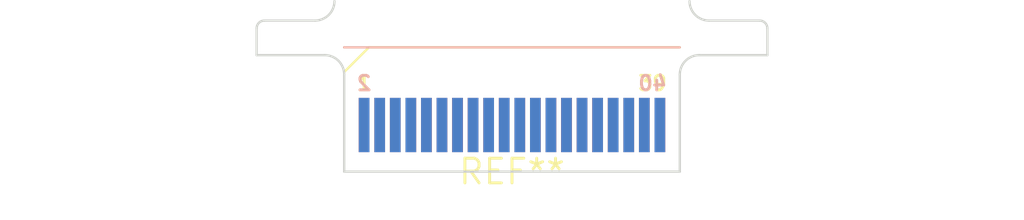
<source format=kicad_pcb>
(kicad_pcb (version 20240108) (generator pcbnew)
  (layers (0 "F.Cu" signal) (31 "B.Cu" signal) (34 "B.Paste" user) (35 "F.Paste" user) (36 "B.SilkS" user "B.Silkscreen") (37 "F.SilkS" user "F.Silkscreen") (38 "B.Mask" user) (39 "F.Mask" user) (44 "Edge.Cuts" user))
  (net 0 "")
  (footprint "Samtec_HSEC8-120-X-X-DV-BL_2x20_P0.8mm_Edge" (layer "F.Cu") (at 0 0)
    (property "Reference" "REF**")
    (property "Value" "Samtec_HSEC8-120-X-X-DV-BL_2x20_P0.8mm_Edge")
    (fp_line (start -8.625 -6.4) (end -8.625 -6.4) (layer "B.SilkS") (stroke (width 0.12)))
    (fp_line (start -8.625 -6.4) (end 8.625 -6.4) (layer "B.SilkS") (stroke (width 0.12)))
    (fp_line (start -8.625 -5.13) (end -7.355 -6.4) (layer "F.SilkS") (stroke (width 0.12)))
    (fp_line (start -7.355 -6.4) (end 8.625 -6.4) (layer "F.SilkS") (stroke (width 0.12)))
    (fp_line (start -13.125 -6) (end -13.125 -7.38) (layer "Edge.Cuts") (stroke (width 0.12)))
    (fp_line (start -12.725 -7.78) (end -10.125 -7.78) (layer "Edge.Cuts") (stroke (width 0.12)))
    (fp_line (start -9.625 -6) (end -13.125 -6) (layer "Edge.Cuts") (stroke (width 0.12)))
    (fp_line (start -8.625 -5) (end -8.625 0) (layer "Edge.Cuts") (stroke (width 0.12)))
    (fp_line (start -8.625 0) (end 8.625 0) (layer "Edge.Cuts") (stroke (width 0.12)))
    (fp_line (start 8.625 0) (end 8.625 -5) (layer "Edge.Cuts") (stroke (width 0.12)))
    (fp_line (start 9.625 -6) (end 13.125 -6) (layer "Edge.Cuts") (stroke (width 0.12)))
    (fp_line (start 12.725 -7.78) (end 10.125 -7.78) (layer "Edge.Cuts") (stroke (width 0.12)))
    (fp_line (start 13.125 -6) (end 13.125 -7.38) (layer "Edge.Cuts") (stroke (width 0.12)))
    (fp_arc (start -13.125 -7.38) (mid -13.007843 -7.662843) (end -12.725 -7.78) (layer "Edge.Cuts") (stroke (width 0.12)))
    (fp_arc (start -9.625 -6) (mid -8.917893 -5.707107) (end -8.625 -5) (layer "Edge.Cuts") (stroke (width 0.12)))
    (fp_arc (start -9.125 -8.78) (mid -9.417893 -8.072893) (end -10.125 -7.78) (layer "Edge.Cuts") (stroke (width 0.12)))
    (fp_arc (start 8.625 -5) (mid 8.917893 -5.707107) (end 9.625 -6) (layer "Edge.Cuts") (stroke (width 0.12)))
    (fp_arc (start 10.125 -7.78) (mid 9.417893 -8.072893) (end 9.125 -8.78) (layer "Edge.Cuts") (stroke (width 0.12)))
    (fp_arc (start 12.725 -7.78) (mid 13.007843 -7.662843) (end 13.125 -7.38) (layer "Edge.Cuts") (stroke (width 0.12)))
    (fp_text user "2" (at -7.6 -4.55 0) (layer "B.SilkS") (effects (font (size 0.75 0.75)) (justify mirror)))
    (fp_text user "40" (at 7.225 -4.55 0) (layer "B.SilkS") (effects (font (size 0.75 0.75)) (justify mirror)))
    (fp_text user "39" (at 7.225 -4.55 0) (layer "F.SilkS") (effects (font (size 0.75 0.75))))
    (fp_text user "1" (at -7.6 -4.55 0) (layer "F.SilkS") (effects (font (size 0.75 0.75))))
    (pad "1" connect rect (at -7.6 -2.4) (size 0.55 2.8) (layers "F.Cu" "F.Mask"))
    (pad "2" connect rect (at -7.6 -2.4) (size 0.55 2.8) (layers "B.Cu" "B.Mask"))
    (pad "3" connect rect (at -6.8 -2.4) (size 0.55 2.8) (layers "F.Cu" "F.Mask"))
    (pad "4" connect rect (at -6.8 -2.4) (size 0.55 2.8) (layers "B.Cu" "B.Mask"))
    (pad "5" connect rect (at -6 -2.4) (size 0.55 2.8) (layers "F.Cu" "F.Mask"))
    (pad "6" connect rect (at -6 -2.4) (size 0.55 2.8) (layers "B.Cu" "B.Mask"))
    (pad "7" connect rect (at -5.2 -2.4) (size 0.55 2.8) (layers "F.Cu" "F.Mask"))
    (pad "8" connect rect (at -5.2 -2.4) (size 0.55 2.8) (layers "B.Cu" "B.Mask"))
    (pad "9" connect rect (at -4.4 -2.4) (size 0.55 2.8) (layers "F.Cu" "F.Mask"))
    (pad "10" connect rect (at -4.4 -2.4) (size 0.55 2.8) (layers "B.Cu" "B.Mask"))
    (pad "11" connect rect (at -3.6 -2.4) (size 0.55 2.8) (layers "F.Cu" "F.Mask"))
    (pad "12" connect rect (at -3.6 -2.4) (size 0.55 2.8) (layers "B.Cu" "B.Mask"))
    (pad "13" connect rect (at -2.8 -2.4) (size 0.55 2.8) (layers "F.Cu" "F.Mask"))
    (pad "14" connect rect (at -2.8 -2.4) (size 0.55 2.8) (layers "B.Cu" "B.Mask"))
    (pad "15" connect rect (at -2 -2.4) (size 0.55 2.8) (layers "F.Cu" "F.Mask"))
    (pad "16" connect rect (at -2 -2.4) (size 0.55 2.8) (layers "B.Cu" "B.Mask"))
    (pad "17" connect rect (at -1.2 -2.4) (size 0.55 2.8) (layers "F.Cu" "F.Mask"))
    (pad "18" connect rect (at -1.2 -2.4) (size 0.55 2.8) (layers "B.Cu" "B.Mask"))
    (pad "19" connect rect (at -0.4 -2.4) (size 0.55 2.8) (layers "F.Cu" "F.Mask"))
    (pad "20" connect rect (at -0.4 -2.4) (size 0.55 2.8) (layers "B.Cu" "B.Mask"))
    (pad "21" connect rect (at 0.4 -2.4) (size 0.55 2.8) (layers "F.Cu" "F.Mask"))
    (pad "22" connect rect (at 0.4 -2.4) (size 0.55 2.8) (layers "B.Cu" "B.Mask"))
    (pad "23" connect rect (at 1.2 -2.4) (size 0.55 2.8) (layers "F.Cu" "F.Mask"))
    (pad "24" connect rect (at 1.2 -2.4) (size 0.55 2.8) (layers "B.Cu" "B.Mask"))
    (pad "25" connect rect (at 2 -2.4) (size 0.55 2.8) (layers "F.Cu" "F.Mask"))
    (pad "26" connect rect (at 2 -2.4) (size 0.55 2.8) (layers "B.Cu" "B.Mask"))
    (pad "27" connect rect (at 2.8 -2.4) (size 0.55 2.8) (layers "F.Cu" "F.Mask"))
    (pad "28" connect rect (at 2.8 -2.4) (size 0.55 2.8) (layers "B.Cu" "B.Mask"))
    (pad "29" connect rect (at 3.6 -2.4) (size 0.55 2.8) (layers "F.Cu" "F.Mask"))
    (pad "30" connect rect (at 3.6 -2.4) (size 0.55 2.8) (layers "B.Cu" "B.Mask"))
    (pad "31" connect rect (at 4.4 -2.4) (size 0.55 2.8) (layers "F.Cu" "F.Mask"))
    (pad "32" connect rect (at 4.4 -2.4) (size 0.55 2.8) (layers "B.Cu" "B.Mask"))
    (pad "33" connect rect (at 5.2 -2.4) (size 0.55 2.8) (layers "F.Cu" "F.Mask"))
    (pad "34" connect rect (at 5.2 -2.4) (size 0.55 2.8) (layers "B.Cu" "B.Mask"))
    (pad "35" connect rect (at 6 -2.4) (size 0.55 2.8) (layers "F.Cu" "F.Mask"))
    (pad "36" connect rect (at 6 -2.4) (size 0.55 2.8) (layers "B.Cu" "B.Mask"))
    (pad "37" connect rect (at 6.8 -2.4) (size 0.55 2.8) (layers "F.Cu" "F.Mask"))
    (pad "38" connect rect (at 6.8 -2.4) (size 0.55 2.8) (layers "B.Cu" "B.Mask"))
    (pad "39" connect rect (at 7.6 -2.4) (size 0.55 2.8) (layers "F.Cu" "F.Mask"))
    (pad "40" connect rect (at 7.6 -2.4) (size 0.55 2.8) (layers "B.Cu" "B.Mask"))
  )
)
</source>
